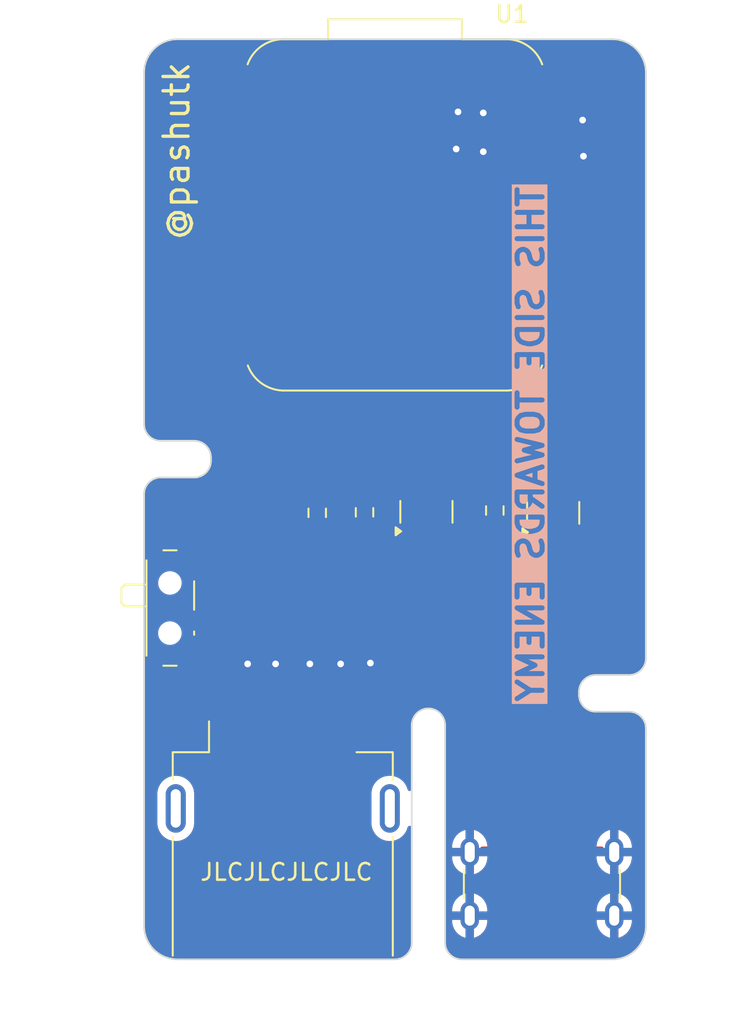
<source format=kicad_pcb>
(kicad_pcb (version 20240108) (generator "pcbnew") (generator_version "8.0")
  (layers (0 "F.Cu" signal) (31 "B.Cu" signal) (34 "B.Paste" user) (35 "F.Paste" user) (36 "B.SilkS" user "B.Silkscreen") (37 "F.SilkS" user "F.Silkscreen") (38 "B.Mask" user) (39 "F.Mask" user) (44 "Edge.Cuts" user))
  (net 0 "")
  (net 1 "GND")
  (net 8 "CTRL")
  (net 13 "Net-(Q2-G)")
  (net 14 "VBUS")
  (net 15 "+5V")
  (net 20 "Net-(Q3-G)")
  (net 21 "+3.3V")
  (footprint "Connector_USB:USB_A_Receptacle_GCT_USB1046" (layer "F.Cu") (at 28.29 69.53)
    (property "Reference" "J4" (hide yes))
    (property "Value" "USB1046-XX-XXXX-X-B-X_REVB")
    (fp_line (start -6.58 -6.91) (end -6.58 -5.26) (stroke (width 0.12)) (layer "F.SilkS"))
    (fp_line (start -6.58 -1.84) (end -6.58 5.25) (stroke (width 0.12)) (layer "F.SilkS"))
    (fp_line (start -4.41 -6.91) (end -6.58 -6.91) (stroke (width 0.12)) (layer "F.SilkS"))
    (fp_line (start -4.41 -6.91) (end -4.41 -8.75) (stroke (width 0.12)) (layer "F.SilkS"))
    (fp_line (start 4.41 -6.91) (end 6.58 -6.91) (stroke (width 0.12)) (layer "F.SilkS"))
    (fp_line (start 6.58 -6.91) (end 6.58 -5.26) (stroke (width 0.12)) (layer "F.SilkS"))
    (fp_line (start 6.58 -1.84) (end 6.58 5.25) (stroke (width 0.12)) (layer "F.SilkS"))
    (pad "1" smd roundrect (at -3.5 -7.25) (size 1.3 3) (layers "F.Cu" "F.Paste" "F.Mask") (net 15 "+5V"))
    (pad "2" smd roundrect (at -1 -7.25) (size 1.3 3) (layers "F.Cu" "F.Paste" "F.Mask"))
    (pad "3" smd roundrect (at 1 -7.25) (size 1.3 3) (layers "F.Cu" "F.Paste" "F.Mask"))
    (pad "4" smd roundrect (at 3.5 -7.25) (size 1.3 3) (layers "F.Cu" "F.Paste" "F.Mask") (net 1 "GND"))
    (pad "5" thru_hole oval (at -6.4 -3.55) (size 1.2 2.9) (drill oval 0.6 2.3) (layers "*.Cu" "*.Mask"))
    (pad "5" thru_hole oval (at 6.4 -3.55) (size 1.2 2.9) (drill oval 0.6 2.3) (layers "*.Cu" "*.Mask"))
  )
  (footprint "Resistor_SMD:R_0603_1608Metric_Pad0.98x0.95mm_HandSolder" (layer "F.Cu") (at 30.35 48.31 90)
    (property "Reference" "R1" (hide yes))
    (property "Value" "1k")
    (fp_line (start -0.254724 -0.5225) (end 0.254724 -0.5225) (stroke (width 0.12)) (layer "F.SilkS"))
    (fp_line (start -0.254724 0.5225) (end 0.254724 0.5225) (stroke (width 0.12)) (layer "F.SilkS"))
    (pad "1" smd roundrect (at -0.9125 0 90) (size 0.975 0.95) (layers "F.Cu" "F.Paste" "F.Mask") (net 20 "Net-(Q3-G)"))
    (pad "2" smd roundrect (at 0.9125 0 90) (size 0.975 0.95) (layers "F.Cu" "F.Paste" "F.Mask") (net 8 "CTRL"))
  )
  (footprint "Connector_USB:USB_C_Receptacle_GCT_USB4125-xx-x-0190_6P_TopMnt_Horizontal" (layer "F.Cu") (at 43.79 71.59)
    (property "Reference" "J1" (hide yes))
    (property "Value" "USB4125-GF-A-0190_REVA2")
    (fp_line (start -4.67 -0.25) (end -4.67 -1.95) (stroke (width 0.12)) (layer "F.SilkS"))
    (fp_line (start 4.67 -0.25) (end 4.67 -1.95) (stroke (width 0.12)) (layer "F.SilkS"))
    (pad "A5" smd roundrect (at -0.5 -3.08) (size 0.7 1.2) (layers "F.Cu" "F.Paste" "F.Mask"))
    (pad "A9" smd roundrect (at 1.52 -3.08 180) (size 0.76 1.2) (layers "F.Cu" "F.Paste" "F.Mask") (net 15 "+5V"))
    (pad "A12" smd roundrect (at 2.75 -3.08 180) (size 0.8 1.2) (layers "F.Cu" "F.Paste" "F.Mask") (net 1 "GND"))
    (pad "B5" smd roundrect (at 0.5 -3.08 180) (size 0.7 1.2) (layers "F.Cu" "F.Paste" "F.Mask"))
    (pad "B9" smd roundrect (at -1.52 -3.08) (size 0.76 1.2) (layers "F.Cu" "F.Paste" "F.Mask") (net 15 "+5V"))
    (pad "B12" smd roundrect (at -2.75 -3.08) (size 0.8 1.2) (layers "F.Cu" "F.Paste" "F.Mask") (net 1 "GND"))
    (pad "S1" thru_hole oval (at -4.32 -3) (size 1.1 1.7) (drill oval 0.6 1.2) (layers "*.Cu" "*.Mask" "F.Paste") (net 1 "GND"))
    (pad "S1" thru_hole oval (at -4.32 0.8) (size 1.1 1.7) (drill oval 0.6 1.2) (layers "*.Cu" "*.Mask" "F.Paste") (net 1 "GND"))
    (pad "S1" thru_hole oval (at 4.32 -3) (size 1.1 1.7) (drill oval 0.6 1.2) (layers "*.Cu" "*.Mask" "F.Paste") (net 1 "GND"))
    (pad "S1" thru_hole oval (at 4.32 0.8) (size 1.1 1.7) (drill oval 0.6 1.2) (layers "*.Cu" "*.Mask" "F.Paste") (net 1 "GND"))
  )
  (footprint "Button_Switch_SMD:SW_SPDT_PCM12" (layer "F.Cu") (at 21.87 54 -90)
    (property "Reference" "SW2" (hide yes))
    (property "Value" "SW_SPDT")
    (fp_line (start -1.2 3.23) (end -0.3 3.23) (stroke (width 0.12)) (layer "F.SilkS"))
    (fp_line (start -1.4 3.02) (end -1.2 3.23) (stroke (width 0.12)) (layer "F.SilkS"))
    (fp_line (start -0.1 3.02) (end -0.3 3.23) (stroke (width 0.12)) (layer "F.SilkS"))
    (fp_line (start -0.1 3.02) (end -0.1 1.73) (stroke (width 0.12)) (layer "F.SilkS"))
    (fp_line (start -2.85 1.73) (end 2.85 1.73) (stroke (width 0.12)) (layer "F.SilkS"))
    (fp_line (start -1.4 1.73) (end -1.4 3.02) (stroke (width 0.12)) (layer "F.SilkS"))
    (fp_line (start 3.45 0.72) (end 3.45 -0.07) (stroke (width 0.12)) (layer "F.SilkS"))
    (fp_line (start -3.45 -0.07) (end -3.45 0.72) (stroke (width 0.12)) (layer "F.SilkS"))
    (fp_line (start -1.6 -1.12) (end 0.1 -1.12) (stroke (width 0.12)) (layer "F.SilkS"))
    (fp_line (start 1.4 -1.12) (end 1.6 -1.12) (stroke (width 0.12)) (layer "F.SilkS"))
    (pad "" smd rect (at -3.65 -0.78 270) (size 1 0.8) (layers "F.Cu" "F.Paste" "F.Mask"))
    (pad "" smd rect (at -3.65 1.43 270) (size 1 0.8) (layers "F.Cu" "F.Paste" "F.Mask"))
    (pad "" np_thru_hole circle (at -1.5 0.33 270) (size 0.9 0.9) (drill 0.9) (layers "*.Cu" "*.Mask"))
    (pad "" np_thru_hole circle (at 1.5 0.33 270) (size 0.9 0.9) (drill 0.9) (layers "*.Cu" "*.Mask"))
    (pad "" smd rect (at 3.65 -0.78 270) (size 1 0.8) (layers "F.Cu" "F.Paste" "F.Mask"))
    (pad "" smd rect (at 3.65 1.43 270) (size 1 0.8) (layers "F.Cu" "F.Paste" "F.Mask"))
    (pad "1" smd rect (at -2.25 -1.43 270) (size 0.7 1.5) (layers "F.Cu" "F.Paste" "F.Mask"))
    (pad "2" smd rect (at 0.75 -1.43 270) (size 0.7 1.5) (layers "F.Cu" "F.Paste" "F.Mask") (net 20 "Net-(Q3-G)"))
    (pad "3" smd rect (at 2.25 -1.43 270) (size 0.7 1.5) (layers "F.Cu" "F.Paste" "F.Mask") (net 21 "+3.3V"))
  )
  (footprint "Package_TO_SOT_SMD:SOT-23" (layer "F.Cu") (at 36.88 48.25 90)
    (property "Reference" "Q3" (hide yes))
    (property "Value" "AO3400A")
    (fp_line (start 0 -1.56) (end 0.65 -1.56) (stroke (width 0.12)) (layer "F.SilkS"))
    (fp_line (start 0 -1.56) (end -0.65 -1.56) (stroke (width 0.12)) (layer "F.SilkS"))
    (fp_line (start 0 1.56) (end 0.65 1.56) (stroke (width 0.12)) (layer "F.SilkS"))
    (fp_line (start 0 1.56) (end -0.65 1.56) (stroke (width 0.12)) (layer "F.SilkS"))
    (fp_poly (pts (xy -1.1625 -1.51) (xy -1.4025 -1.84) (xy -0.9225 -1.84) (xy -1.1625 -1.51)) (stroke (width 0.12)) (fill solid) (layer "F.SilkS"))
    (pad "1" smd roundrect (at -0.9375 -0.95 90) (size 1.475 0.6) (layers "F.Cu" "F.Paste" "F.Mask") (net 20 "Net-(Q3-G)"))
    (pad "2" smd roundrect (at -0.9375 0.95 90) (size 1.475 0.6) (layers "F.Cu" "F.Paste" "F.Mask") (net 1 "GND"))
    (pad "3" smd roundrect (at 0.9375 0 90) (size 1.475 0.6) (layers "F.Cu" "F.Paste" "F.Mask") (net 13 "Net-(Q2-G)"))
  )
  (footprint "Package_TO_SOT_SMD:SOT-23" (layer "F.Cu") (at 44.46 48.31 90)
    (property "Reference" "Q2" (hide yes))
    (property "Value" "AO3401A")
    (fp_line (start 0 -1.56) (end 0.65 -1.56) (stroke (width 0.12)) (layer "F.SilkS"))
    (fp_line (start 0 -1.56) (end -0.65 -1.56) (stroke (width 0.12)) (layer "F.SilkS"))
    (fp_line (start 0 1.56) (end 0.65 1.56) (stroke (width 0.12)) (layer "F.SilkS"))
    (fp_line (start 0 1.56) (end -0.65 1.56) (stroke (width 0.12)) (layer "F.SilkS"))
    (fp_poly (pts (xy -1.1625 -1.51) (xy -1.4025 -1.84) (xy -0.9225 -1.84) (xy -1.1625 -1.51)) (stroke (width 0.12)) (fill solid) (layer "F.SilkS"))
    (pad "1" smd roundrect (at -0.9375 -0.95 90) (size 1.475 0.6) (layers "F.Cu" "F.Paste" "F.Mask") (net 13 "Net-(Q2-G)"))
    (pad "2" smd roundrect (at -0.9375 0.95 90) (size 1.475 0.6) (layers "F.Cu" "F.Paste" "F.Mask") (net 14 "VBUS"))
    (pad "3" smd roundrect (at 0.9375 0 90) (size 1.475 0.6) (layers "F.Cu" "F.Paste" "F.Mask") (net 15 "+5V"))
  )
  (footprint "Resistor_SMD:R_0603_1608Metric_Pad0.98x0.95mm_HandSolder" (layer "F.Cu") (at 40.97 48.17 -90)
    (property "Reference" "R2" (hide yes))
    (property "Value" "10k")
    (fp_line (start -0.254724 0.5225) (end 0.254724 0.5225) (stroke (width 0.12)) (layer "F.SilkS"))
    (fp_line (start -0.254724 -0.5225) (end 0.254724 -0.5225) (stroke (width 0.12)) (layer "F.SilkS"))
    (pad "1" smd roundrect (at -0.9125 0 270) (size 0.975 0.95) (layers "F.Cu" "F.Paste" "F.Mask") (net 14 "VBUS"))
    (pad "2" smd roundrect (at 0.9125 0 270) (size 0.975 0.95) (layers "F.Cu" "F.Paste" "F.Mask") (net 13 "Net-(Q2-G)"))
  )
  (footprint "RF_Module:MCU_Seeed_ESP32C3" (layer "F.Cu") (at 35 30.5)
    (property "Reference" "U1" (at 7 -12 0) (layer "F.SilkS"))
    (property "Value" "MOUDLE-SEEEDUINO-XIAO-ESP32C3")
    (fp_line (start -6.7 10.5) (end 6.7 10.5) (stroke (width 0.12)) (layer "F.SilkS"))
    (fp_line (start -4 -11.7) (end 4 -11.7) (stroke (width 0.12)) (layer "F.SilkS"))
    (fp_line (start -4 -10.5) (end -6.6 -10.5) (stroke (width 0.12)) (layer "F.SilkS"))
    (fp_line (start -4 -10.5) (end -4 -11.7) (stroke (width 0.12)) (layer "F.SilkS"))
    (fp_line (start 4 -11.7) (end 4 -10.5) (stroke (width 0.12)) (layer "F.SilkS"))
    (fp_line (start 6.6 -10.5) (end 4 -10.5) (stroke (width 0.12)) (layer "F.SilkS"))
    (fp_arc (start -8.812892 -9.00468) (mid -7.949609 -10.111769) (end -6.600468 -10.499999) (stroke (width 0.12)) (layer "F.SilkS"))
    (fp_arc (start -6.7 10.5) (mid -7.977232 10.068125) (end -8.8 9) (stroke (width 0.12)) (layer "F.SilkS"))
    (fp_arc (start 6.6 -10.499999) (mid 7.944325 -10.107115) (end 8.804034 -9.001464) (stroke (width 0.12)) (layer "F.SilkS"))
    (fp_arc (start 8.8 9) (mid 7.977233 10.068126) (end 6.7 10.5) (stroke (width 0.12)) (layer "F.SilkS"))
    (pad "1" smd roundrect (at -8.5 -7.62) (size 3 2) (layers "F.Cu" "F.Paste" "F.Mask") (net 8 "CTRL"))
    (pad "2" smd roundrect (at -8.5 -5.08) (size 3 2) (layers "F.Cu" "F.Paste" "F.Mask"))
    (pad "3" smd roundrect (at -8.5 -2.54) (size 3 2) (layers "F.Cu" "F.Paste" "F.Mask"))
    (pad "4" smd roundrect (at -8.5 0) (size 3 2) (layers "F.Cu" "F.Paste" "F.Mask"))
    (pad "5" smd roundrect (at -8.5 2.54) (size 3 2) (layers "F.Cu" "F.Paste" "F.Mask"))
    (pad "6" smd roundrect (at -8.5 5.08) (size 3 2) (layers "F.Cu" "F.Paste" "F.Mask"))
    (pad "7" smd roundrect (at -8.5 7.62) (size 3 2) (layers "F.Cu" "F.Paste" "F.Mask"))
    (pad "8" smd roundrect (at 8.5 7.62) (size 3 2) (layers "F.Cu" "F.Paste" "F.Mask"))
    (pad "9" smd roundrect (at 8.5 5.08) (size 3 2) (layers "F.Cu" "F.Paste" "F.Mask"))
    (pad "10" smd roundrect (at 8.5 2.54) (size 3 2) (layers "F.Cu" "F.Paste" "F.Mask"))
    (pad "11" smd roundrect (at 8.5 0) (size 3 2) (layers "F.Cu" "F.Paste" "F.Mask"))
    (pad "12" smd roundrect (at 8.5 -2.54) (size 3 2) (layers "F.Cu" "F.Paste" "F.Mask") (net 21 "+3.3V"))
    (pad "13" smd roundrect (at 8.5 -5.08) (size 3 2) (layers "F.Cu" "F.Paste" "F.Mask") (net 1 "GND"))
    (pad "14" smd roundrect (at 8.5 -7.62) (size 3 2) (layers "F.Cu" "F.Paste" "F.Mask") (net 14 "VBUS"))
    (pad "15" smd roundrect (at 2.1 0.6) (size 3.5 3.5) (property pad_prop_heatsink) (layers "F.Cu" "F.Mask") (roundrect_rratio 0.07142857143))
    (pad "16" smd roundrect (at -4.5 -0.4) (size 2.3 1.3) (layers "F.Cu" "F.Paste" "F.Mask") (roundrect_rratio 0.1923076923))
    (pad "17" smd roundrect (at -4.5 -2.3) (size 2.3 1.3) (layers "F.Cu" "F.Paste" "F.Mask") (roundrect_rratio 0.1923076923))
    (pad "18" smd circle (at -1.27 -8.62) (size 1.3 1.3) (layers "F.Cu" "F.Paste" "F.Mask"))
    (pad "19" smd circle (at -1.27 -6.04) (size 1.3 1.3) (layers "F.Cu" "F.Paste" "F.Mask"))
    (pad "20" smd circle (at -1.27 -3.5) (size 1.3 1.3) (layers "F.Cu" "F.Paste" "F.Mask"))
    (pad "21" smd circle (at 1.27 -3.5) (size 1.3 1.3) (layers "F.Cu" "F.Paste" "F.Mask"))
    (pad "22" smd circle (at 1.27 -6.04) (size 1.3 1.3) (layers "F.Cu" "F.Paste" "F.Mask"))
    (pad "23" smd circle (at 1.27 -8.62) (size 1.3 1.3) (layers "F.Cu" "F.Paste" "F.Mask"))
  )
  (footprint "Resistor_SMD:R_0603_1608Metric_Pad0.98x0.95mm_HandSolder" (layer "F.Cu") (at 33.18 48.28 90)
    (property "Reference" "R3" (hide yes))
    (property "Value" "10k")
    (fp_line (start -0.254724 -0.5225) (end 0.254724 -0.5225) (stroke (width 0.12)) (layer "F.SilkS"))
    (fp_line (start -0.254724 0.5225) (end 0.254724 0.5225) (stroke (width 0.12)) (layer "F.SilkS"))
    (pad "1" smd roundrect (at -0.9125 0 90) (size 0.975 0.95) (layers "F.Cu" "F.Paste" "F.Mask") (net 20 "Net-(Q3-G)"))
    (pad "2" smd roundrect (at 0.9125 0 90) (size 0.975 0.95) (layers "F.Cu" "F.Paste" "F.Mask") (net 1 "GND"))
  )
  (gr_arc (start 48 20) (mid 49.414214 20.585786) (end 50 22) (stroke (width 0.1)) (layer "Edge.Cuts"))
  (gr_line (start 20 22) (end 20 43) (stroke (width 0.1)) (layer "Edge.Cuts"))
  (gr_arc (start 50 73) (mid 49.414214 74.414214) (end 48 75) (stroke (width 0.1)) (layer "Edge.Cuts"))
  (gr_arc (start 24 45.2) (mid 23.707107 45.907107) (end 23 46.2) (stroke (width 0.1)) (layer "Edge.Cuts"))
  (gr_arc (start 46 59) (mid 46.292893 58.292893) (end 47 58) (stroke (width 0.1)) (layer "Edge.Cuts"))
  (gr_line (start 24 45) (end 24 45.2) (stroke (width 0.1)) (layer "Edge.Cuts"))
  (gr_arc (start 20 22) (mid 20.585786 20.585786) (end 22 20) (stroke (width 0.1)) (layer "Edge.Cuts"))
  (gr_arc (start 36 61) (mid 36.292893 60.292893) (end 37 60) (stroke (width 0.1)) (layer "Edge.Cuts"))
  (gr_line (start 20 47.2) (end 20 73) (stroke (width 0.1)) (layer "Edge.Cuts"))
  (gr_arc (start 37 60) (mid 37.707107 60.292893) (end 38 61) (stroke (width 0.1)) (layer "Edge.Cuts"))
  (gr_arc (start 47 60.2) (mid 46.292893 59.907107) (end 46 59.2) (stroke (width 0.1)) (layer "Edge.Cuts"))
  (gr_line (start 50 22) (end 50 57) (stroke (width 0.1)) (layer "Edge.Cuts"))
  (gr_arc (start 39 75) (mid 38.292893 74.707107) (end 38 74) (stroke (width 0.1)) (layer "Edge.Cuts"))
  (gr_line (start 47 60.2) (end 49 60.2) (stroke (width 0.1)) (layer "Edge.Cuts"))
  (gr_line (start 38 61) (end 38 74) (stroke (width 0.1)) (layer "Edge.Cuts"))
  (gr_line (start 46 59) (end 46 59.2) (stroke (width 0.1)) (layer "Edge.Cuts"))
  (gr_line (start 50 61.2) (end 50 73) (stroke (width 0.1)) (layer "Edge.Cuts"))
  (gr_arc (start 36 74) (mid 35.707107 74.707107) (end 35 75) (stroke (width 0.1)) (layer "Edge.Cuts"))
  (gr_arc (start 49 60.2) (mid 49.707107 60.492893) (end 50 61.2) (stroke (width 0.1)) (layer "Edge.Cuts"))
  (gr_line (start 48 75) (end 39 75) (stroke (width 0.1)) (layer "Edge.Cuts"))
  (gr_arc (start 20 47.2) (mid 20.292893 46.492893) (end 21 46.2) (stroke (width 0.1)) (layer "Edge.Cuts"))
  (gr_line (start 49 58) (end 47 58) (stroke (width 0.1)) (layer "Edge.Cuts"))
  (gr_line (start 23 46.2) (end 21 46.2) (stroke (width 0.1)) (layer "Edge.Cuts"))
  (gr_line (start 35 75) (end 22 75) (stroke (width 0.1)) (layer "Edge.Cuts"))
  (gr_line (start 36 61) (end 36 74) (stroke (width 0.1)) (layer "Edge.Cuts"))
  (gr_arc (start 21 44) (mid 20.292893 43.707107) (end 20 43) (stroke (width 0.1)) (layer "Edge.Cuts"))
  (gr_line (start 21 44) (end 23 44) (stroke (width 0.1)) (layer "Edge.Cuts"))
  (gr_arc (start 50 57) (mid 49.707107 57.707107) (end 49 58) (stroke (width 0.1)) (layer "Edge.Cuts"))
  (gr_line (start 22 20) (end 48 20) (stroke (width 0.1)) (layer "Edge.Cuts"))
  (gr_arc (start 22 75) (mid 20.585786 74.414214) (end 20 73) (stroke (width 0.1)) (layer "Edge.Cuts"))
  (gr_arc (start 23 44) (mid 23.707107 44.292893) (end 24 45) (stroke (width 0.1)) (layer "Edge.Cuts"))
  (gr_text "THIS SIDE TOWARDS ENEMY" (at 44 28.65 90) (layer "B.SilkS" knockout) (effects (font (size 1.5 1.5) (thickness 0.3) (bold yes)) (justify left bottom mirror)))
  (gr_text "@pashutk" (at 22.82 32.14 90) (layer "F.SilkS") (effects (font (size 1.5 1.5) (thickness 0.2)) (justify left bottom)))
  (gr_text "JLCJLCJLCJLC" (at 23.27 70.37 0) (layer "F.SilkS") (effects (font (size 1 1)) (justify left bottom)))
  (via (at 40.28 26.72) (size 0.8) (drill 0.4) (layers "F.Cu" "B.Cu") (net 1))
  (via (at 46.22 24.83) (size 0.8) (drill 0.4) (layers "F.Cu" "B.Cu") (net 1))
  (via (at 38.66 26.56) (size 0.8) (drill 0.4) (layers "F.Cu" "B.Cu") (net 1))
  (via (at 38.77 24.34) (size 0.8) (drill 0.4) (layers "F.Cu" "B.Cu") (net 1))
  (via (at 33.53 57.29) (size 0.8) (drill 0.4) (layers "F.Cu" "B.Cu") (net 1))
  (via (at 31.75 57.34) (size 0.8) (drill 0.4) (layers "F.Cu" "B.Cu") (net 1))
  (via (at 40.28 24.4) (size 0.8) (drill 0.4) (layers "F.Cu" "B.Cu") (net 1))
  (via (at 27.86 57.34) (size 0.8) (drill 0.4) (layers "F.Cu" "B.Cu") (net 1))
  (via (at 29.91 57.34) (size 0.8) (drill 0.4) (layers "F.Cu" "B.Cu") (net 1))
  (via (at 46.27 26.99) (size 0.8) (drill 0.4) (layers "F.Cu" "B.Cu") (net 1))
  (via (at 26.19 57.34) (size 0.8) (drill 0.4) (layers "F.Cu" "B.Cu") (net 1))
  (segment (start 28.72 45.7675) (end 30.35 47.3975) (width 0.4) (layer "F.Cu") (net 8))
  (segment (start 28.72 24.859936) (end 28.72 45.7675) (width 0.4) (layer "F.Cu") (net 8))
  (segment (start 26.740064 22.88) (end 28.72 24.859936) (width 0.4) (layer "F.Cu") (net 8))
  (segment (start 26.5 22.88) (end 26.740064 22.88) (width 0.4) (layer "F.Cu") (net 8))
  (segment (start 43.51 49.2475) (end 41.135 49.2475) (width 0.4) (layer "F.Cu") (net 13))
  (segment (start 41.135 49.2475) (end 40.97 49.0825) (width 0.4) (layer "F.Cu") (net 13))
  (segment (start 40.7625 49.0825) (end 38.9925 47.3125) (width 0.4) (layer "F.Cu") (net 13))
  (segment (start 40.97 49.0825) (end 40.7625 49.0825) (width 0.4) (layer "F.Cu") (net 13))
  (segment (start 38.9925 47.3125) (end 36.88 47.3125) (width 0.4) (layer "F.Cu") (net 13))
  (segment (start 47.77 24.29) (end 47.77 38.96) (width 0.8) (layer "F.Cu") (net 14))
  (segment (start 40.97 47.2575) (end 40.97 45.76) (width 0.8) (layer "F.Cu") (net 14))
  (segment (start 47.77 38.96) (end 47.15 39.58) (width 0.8) (layer "F.Cu") (net 14))
  (segment (start 47.15 47.5075) (end 45.41 49.2475) (width 0.8) (layer "F.Cu") (net 14))
  (segment (start 47.15 39.58) (end 47.15 47.5075) (width 0.8) (layer "F.Cu") (net 14))
  (segment (start 46.36 22.88) (end 47.77 24.29) (width 0.8) (layer "F.Cu") (net 14))
  (segment (start 43.5 22.88) (end 46.36 22.88) (width 0.8) (layer "F.Cu") (net 14))
  (segment (start 40.97 45.76) (end 47.15 39.58) (width 0.8) (layer "F.Cu") (net 14))
  (segment (start 45.31 69.190864) (end 45.31 68.51) (width 0.8) (layer "F.Cu") (net 15))
  (segment (start 44.620864 69.88) (end 45.31 69.190864) (width 0.8) (layer "F.Cu") (net 15))
  (segment (start 42.27 67.24) (end 42.27 68.51) (width 0.8) (layer "F.Cu") (net 15))
  (segment (start 42.27 68.51) (end 42.27 69.190864) (width 0.8) (layer "F.Cu") (net 15))
  (segment (start 24.79 62.28) (end 24.79 63.779999) (width 0.8) (layer "F.Cu") (net 15))
  (segment (start 44.46 47.3725) (end 44.409999 47.422501) (width 0.8) (layer "F.Cu") (net 15))
  (segment (start 33.63 63.248148) (end 33.63 59.45) (width 0.8) (layer "F.Cu") (net 15))
  (segment (start 25.890001 64.88) (end 31.998148 64.88) (width 0.8) (layer "F.Cu") (net 15))
  (segment (start 42.27 69.190864) (end 42.959136 69.88) (width 0.8) (layer "F.Cu") (net 15))
  (segment (start 33.63 59.45) (end 37.36 55.72) (width 0.8) (layer "F.Cu") (net 15))
  (segment (start 40.21 55.72) (end 40.21 65.18) (width 0.8) (layer "F.Cu") (net 15))
  (segment (start 40.21 65.18) (end 42.27 67.24) (width 0.8) (layer "F.Cu") (net 15))
  (segment (start 42.959136 69.88) (end 44.620864 69.88) (width 0.8) (layer "F.Cu") (net 15))
  (segment (start 44.409999 51.520001) (end 40.21 55.72) (width 0.8) (layer "F.Cu") (net 15))
  (segment (start 44.409999 47.422501) (end 44.409999 51.520001) (width 0.8) (layer "F.Cu") (net 15))
  (segment (start 37.36 55.72) (end 40.21 55.72) (width 0.8) (layer "F.Cu") (net 15))
  (segment (start 24.79 63.779999) (end 25.890001 64.88) (width 0.8) (layer "F.Cu") (net 15))
  (segment (start 31.998148 64.88) (end 33.63 63.248148) (width 0.8) (layer "F.Cu") (net 15))
  (segment (start 30.38 49.1925) (end 33.18 49.1925) (width 0.4) (layer "F.Cu") (net 20))
  (segment (start 30.35 49.2225) (end 30.38 49.1925) (width 0.4) (layer "F.Cu") (net 20))
  (segment (start 35.925 49.1925) (end 35.93 49.1875) (width 0.4) (layer "F.Cu") (net 20))
  (segment (start 33.18 49.1925) (end 35.925 49.1925) (width 0.4) (layer "F.Cu") (net 20))
  (segment (start 30.35 49.2225) (end 24.8225 54.75) (width 0.4) (layer "F.Cu") (net 20))
  (segment (start 24.8225 54.75) (end 23.3 54.75) (width 0.4) (layer "F.Cu") (net 20))
  (segment (start 24.966858 53.21) (end 22.3 53.21) (width 0.4) (layer "F.Cu") (net 21))
  (segment (start 22.3 53.21) (end 20.54 54.97) (width 0.4) (layer "F.Cu") (net 21))
  (segment (start 31.66 47.72) (end 31.05 48.33) (width 0.4) (layer "F.Cu") (net 21))
  (segment (start 31.05 48.33) (end 29.846858 48.33) (width 0.4) (layer "F.Cu") (net 21))
  (segment (start 40.4 36.99) (end 31.66 45.73) (width 0.4) (layer "F.Cu") (net 21))
  (segment (start 22.9 56.65) (end 23.3 56.25) (width 0.4) (layer "F.Cu") (net 21))
  (segment (start 20.54 55.97) (end 21.22 56.65) (width 0.4) (layer "F.Cu") (net 21))
  (segment (start 21.22 56.65) (end 22.9 56.65) (width 0.4) (layer "F.Cu") (net 21))
  (segment (start 20.54 54.97) (end 20.54 55.97) (width 0.4) (layer "F.Cu") (net 21))
  (segment (start 31.66 45.73) (end 31.66 47.72) (width 0.4) (layer "F.Cu") (net 21))
  (segment (start 43.5 27.96) (end 42 27.96) (width 0.4) (layer "F.Cu") (net 21))
  (segment (start 29.846858 48.33) (end 24.966858 53.21) (width 0.4) (layer "F.Cu") (net 21))
  (segment (start 42 27.96) (end 40.4 29.56) (width 0.4) (layer "F.Cu") (net 21))
  (segment (start 40.4 29.56) (end 40.4 36.99) (width 0.4) (layer "F.Cu") (net 21))
  (zone (net 1) (net_name "GND") (layers "F&B.Cu") (connect_pads (clearance 0.5)) (min_thickness 0.25) (fill yes (thermal_gap 0.5) (thermal_bridge_width 0.5))
    (polygon (pts (xy 19.07 19.11) (xy 50.98 19.23) (xy 50.49 75.38) (xy 19.14 75.87)))
  )
)
</source>
